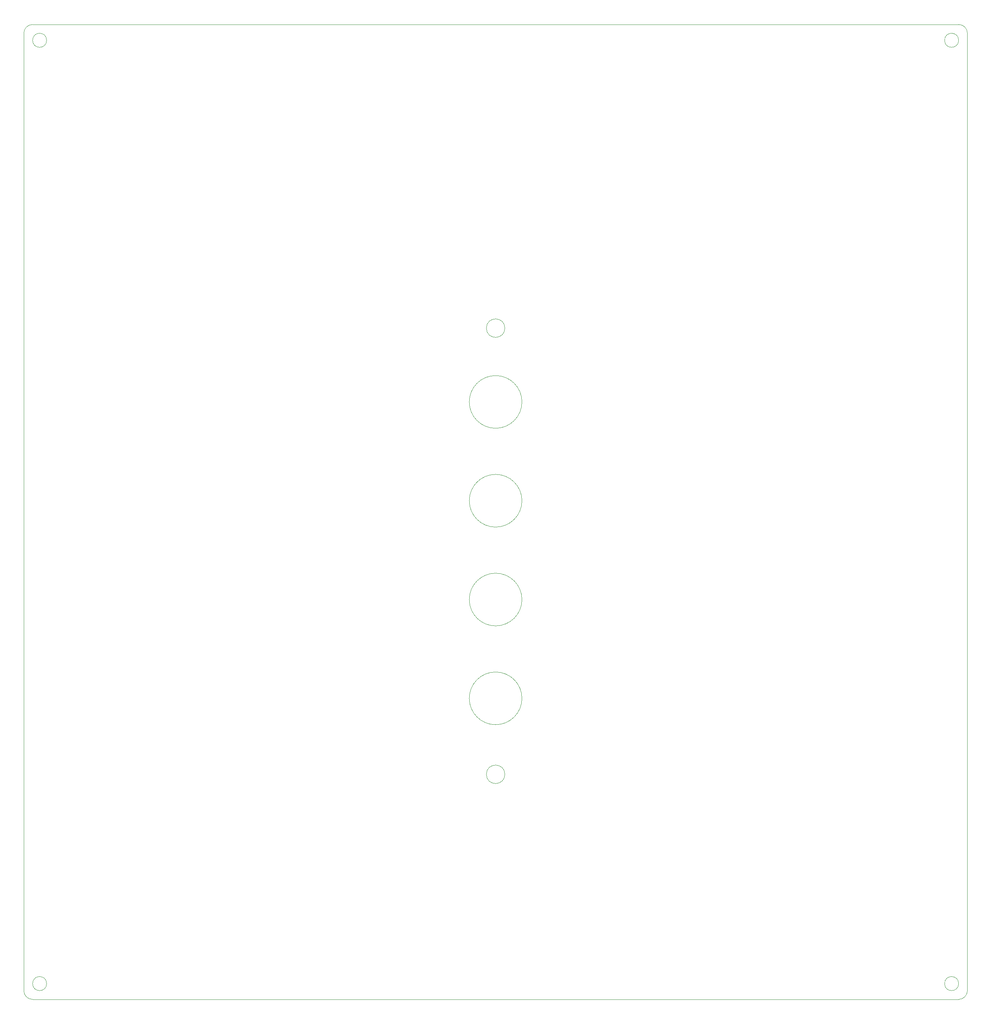
<source format=gbr>
%TF.GenerationSoftware,KiCad,Pcbnew,(6.0.10)*%
%TF.CreationDate,2024-04-02T10:47:47-04:00*%
%TF.ProjectId,OM3Controller,4f4d3343-6f6e-4747-926f-6c6c65722e6b,rev?*%
%TF.SameCoordinates,Original*%
%TF.FileFunction,Profile,NP*%
%FSLAX46Y46*%
G04 Gerber Fmt 4.6, Leading zero omitted, Abs format (unit mm)*
G04 Created by KiCad (PCBNEW (6.0.10)) date 2024-04-02 10:47:47*
%MOMM*%
%LPD*%
G01*
G04 APERTURE LIST*
%TA.AperFunction,Profile*%
%ADD10C,0.100000*%
%TD*%
G04 APERTURE END LIST*
D10*
X334600000Y-305750000D02*
G75*
G03*
X334600000Y-305750000I-2100000J0D01*
G01*
X440000000Y-137000000D02*
X440000000Y-355000000D01*
X338500000Y-288450000D02*
G75*
G03*
X338500000Y-288450000I-6000000J0D01*
G01*
X225000000Y-355000000D02*
G75*
G03*
X227000000Y-357000000I2000000J0D01*
G01*
X334600000Y-204150000D02*
G75*
G03*
X334600000Y-204150000I-2100000J0D01*
G01*
X227000000Y-135000000D02*
X438000000Y-135000000D01*
X438000000Y-357000000D02*
X227000000Y-357000000D01*
X438000000Y-353400000D02*
G75*
G03*
X438000000Y-353400000I-1600000J0D01*
G01*
X338500000Y-265950000D02*
G75*
G03*
X338500000Y-265950000I-6000000J0D01*
G01*
X227000000Y-135000000D02*
G75*
G03*
X225000000Y-137000000I0J-2000000D01*
G01*
X338500000Y-243450000D02*
G75*
G03*
X338500000Y-243450000I-6000000J0D01*
G01*
X338500000Y-220950000D02*
G75*
G03*
X338500000Y-220950000I-6000000J0D01*
G01*
X438000000Y-138600000D02*
G75*
G03*
X438000000Y-138600000I-1600000J0D01*
G01*
X438000000Y-357000000D02*
G75*
G03*
X440000000Y-355000000I0J2000000D01*
G01*
X230200000Y-138600000D02*
G75*
G03*
X230200000Y-138600000I-1600000J0D01*
G01*
X225000000Y-355000000D02*
X225000000Y-137000000D01*
X440000000Y-137000000D02*
G75*
G03*
X438000000Y-135000000I-2000000J0D01*
G01*
X230200000Y-353400000D02*
G75*
G03*
X230200000Y-353400000I-1600000J0D01*
G01*
M02*

</source>
